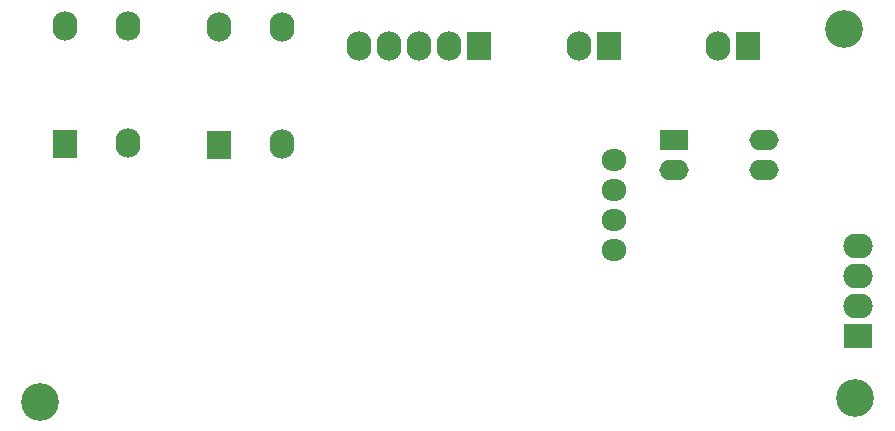
<source format=gbs>
G04 Layer_Color=16711935*
%FSTAX24Y24*%
%MOIN*%
G70*
G01*
G75*
%ADD67O,0.0830X0.0980*%
%ADD68R,0.0830X0.0980*%
%ADD69C,0.1261*%
%ADD70O,0.0830X0.0730*%
%ADD71R,0.0980X0.0680*%
%ADD72O,0.0980X0.0680*%
%ADD73R,0.0980X0.0830*%
%ADD74O,0.0980X0.0830*%
D67*
X032648Y044239D02*
D03*
X034755D02*
D03*
Y040321D02*
D03*
X027504Y044265D02*
D03*
X02961D02*
D03*
Y040348D02*
D03*
X037311Y043585D02*
D03*
X040311D02*
D03*
X039311D02*
D03*
X038311D02*
D03*
X049288D02*
D03*
X044653D02*
D03*
D68*
X032648Y040302D02*
D03*
X027504Y040328D02*
D03*
X041311Y043585D02*
D03*
X050288D02*
D03*
X045653D02*
D03*
D69*
X053475Y044166D02*
D03*
X026693Y031734D02*
D03*
X053857Y031874D02*
D03*
D70*
X045824Y036795D02*
D03*
Y037805D02*
D03*
Y038785D02*
D03*
Y039795D02*
D03*
D71*
X047821Y040477D02*
D03*
D72*
Y039477D02*
D03*
X050821D02*
D03*
Y040477D02*
D03*
D73*
X053968Y033933D02*
D03*
D74*
Y034933D02*
D03*
Y035933D02*
D03*
Y036933D02*
D03*
M02*

</source>
